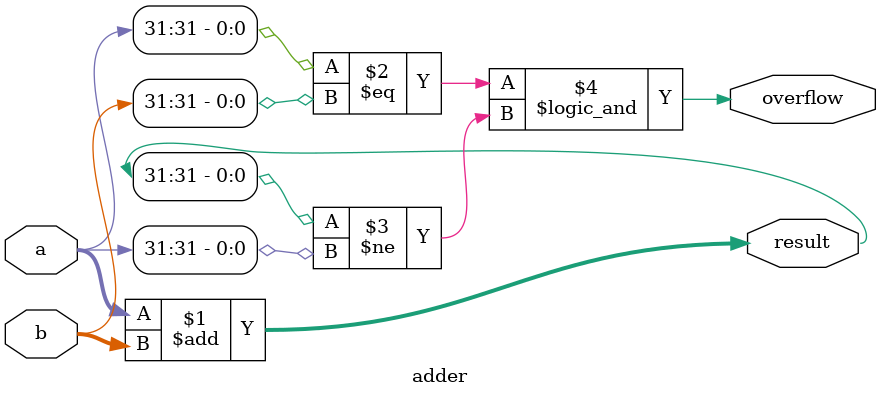
<source format=v>
module adder (
    input  signed [31:0] a, 
    input  signed [31:0] b,  
    output signed [31:0] result,
    output overflow  
);

    assign result = a + b; 

    assign overflow = (a[31] == b[31]) && (result[31] != a[31]);

endmodule

</source>
